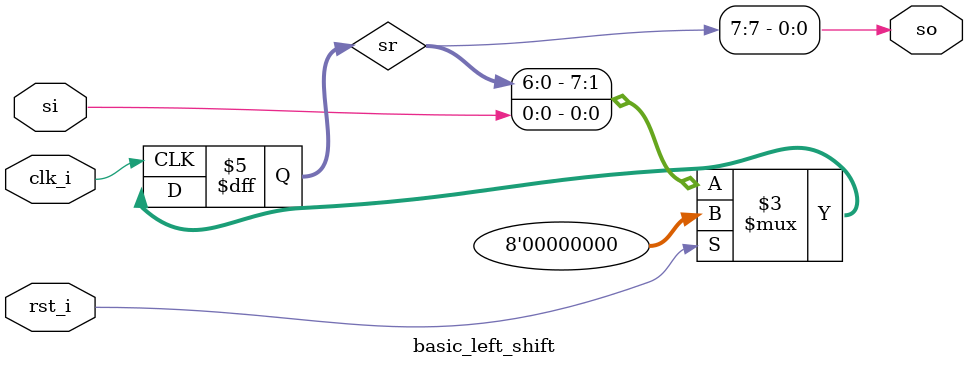
<source format=sv>
module basic_left_shift #(parameter DATA_WIDTH = 8) (
    input clk_i,
    input rst_i,
    input si,            // Serial input
    output so            // Serial output
);
    reg [DATA_WIDTH-1:0] sr;
    
    always @(posedge clk_i) begin
        if (rst_i)
            sr <= 0;
        else
            sr <= {sr[DATA_WIDTH-2:0], si};
    end
    
    assign so = sr[DATA_WIDTH-1];
endmodule
</source>
